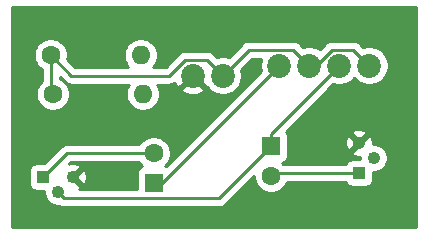
<source format=gbr>
%TF.GenerationSoftware,KiCad,Pcbnew,(5.1.6-0-10_14)*%
%TF.CreationDate,2020-09-04T22:16:53-04:00*%
%TF.ProjectId,bike_ligths,62696b65-5f6c-4696-9774-68732e6b6963,rev?*%
%TF.SameCoordinates,Original*%
%TF.FileFunction,Copper,L1,Top*%
%TF.FilePolarity,Positive*%
%FSLAX46Y46*%
G04 Gerber Fmt 4.6, Leading zero omitted, Abs format (unit mm)*
G04 Created by KiCad (PCBNEW (5.1.6-0-10_14)) date 2020-09-04 22:16:53*
%MOMM*%
%LPD*%
G01*
G04 APERTURE LIST*
%TA.AperFunction,ComponentPad*%
%ADD10O,1.600000X1.600000*%
%TD*%
%TA.AperFunction,ComponentPad*%
%ADD11C,1.600000*%
%TD*%
%TA.AperFunction,ComponentPad*%
%ADD12R,1.600000X1.600000*%
%TD*%
%TA.AperFunction,ComponentPad*%
%ADD13R,1.080000X1.080000*%
%TD*%
%TA.AperFunction,ComponentPad*%
%ADD14C,1.080000*%
%TD*%
%TA.AperFunction,ComponentPad*%
%ADD15C,2.020000*%
%TD*%
%TA.AperFunction,Conductor*%
%ADD16C,0.250000*%
%TD*%
%TA.AperFunction,Conductor*%
%ADD17C,0.254000*%
%TD*%
G04 APERTURE END LIST*
D10*
%TO.P,R3,2*%
%TO.N,Net-(C2-Pad2)*%
X147228560Y-81396840D03*
D11*
%TO.P,R3,1*%
%TO.N,VCC*%
X139608560Y-81396840D03*
%TD*%
%TO.P,C2,2*%
%TO.N,Net-(C2-Pad2)*%
X148325840Y-89717240D03*
D12*
%TO.P,C2,1*%
%TO.N,Net-(C2-Pad1)*%
X148325840Y-92217240D03*
%TD*%
D13*
%TO.P,Q2,1*%
%TO.N,Net-(C1-Pad2)*%
X165719760Y-91384120D03*
D14*
%TO.P,Q2,2*%
%TO.N,Net-(C2-Pad1)*%
X166989760Y-90114120D03*
%TO.P,Q2,3*%
%TO.N,GND*%
X165719760Y-88844120D03*
%TD*%
D13*
%TO.P,Q1,1*%
%TO.N,Net-(C2-Pad2)*%
X138963400Y-91724480D03*
D14*
%TO.P,Q1,2*%
%TO.N,Net-(C1-Pad1)*%
X140233400Y-92994480D03*
%TO.P,Q1,3*%
%TO.N,GND*%
X141503400Y-91724480D03*
%TD*%
D15*
%TO.P,LEDS,4*%
%TO.N,VCC*%
X166583360Y-82290920D03*
%TO.P,LEDS,3*%
%TO.N,Net-(C1-Pad1)*%
X164043360Y-82290920D03*
%TO.P,LEDS,2*%
%TO.N,VCC*%
X161503360Y-82290920D03*
%TO.P,LEDS,1*%
%TO.N,Net-(C2-Pad1)*%
X158963360Y-82290920D03*
%TD*%
%TO.P,J1,2*%
%TO.N,GND*%
X151638000Y-83139280D03*
%TO.P,J1,1*%
%TO.N,VCC*%
X154178000Y-83139280D03*
%TD*%
D11*
%TO.P,C1,2*%
%TO.N,Net-(C1-Pad2)*%
X158252160Y-91633680D03*
D12*
%TO.P,C1,1*%
%TO.N,Net-(C1-Pad1)*%
X158252160Y-89133680D03*
%TD*%
D10*
%TO.P,R2,2*%
%TO.N,Net-(C1-Pad2)*%
X147406360Y-84703920D03*
D11*
%TO.P,R2,1*%
%TO.N,VCC*%
X139786360Y-84703920D03*
%TD*%
D16*
%TO.N,Net-(C1-Pad2)*%
X158501720Y-91384120D02*
X158252160Y-91633680D01*
X165719760Y-91384120D02*
X158501720Y-91384120D01*
%TO.N,Net-(C1-Pad1)*%
X153851361Y-93534479D02*
X158252160Y-89133680D01*
X140773399Y-93534479D02*
X153851361Y-93534479D01*
X140233400Y-92994480D02*
X140773399Y-93534479D01*
X158252160Y-88082120D02*
X164043360Y-82290920D01*
X158252160Y-89133680D02*
X158252160Y-88082120D01*
%TO.N,Net-(C2-Pad2)*%
X148325840Y-89717240D02*
X148325840Y-89712800D01*
X140975080Y-89712800D02*
X138963400Y-91724480D01*
X148325840Y-89712800D02*
X140975080Y-89712800D01*
%TO.N,Net-(C2-Pad1)*%
X149037040Y-92217240D02*
X158963360Y-82290920D01*
X148325840Y-92217240D02*
X149037040Y-92217240D01*
%TO.N,VCC*%
X160168359Y-80955919D02*
X161503360Y-82290920D01*
X156361361Y-80955919D02*
X160168359Y-80955919D01*
X154178000Y-83139280D02*
X156361361Y-80955919D01*
X165248359Y-80955919D02*
X166583360Y-82290920D01*
X163402559Y-80955919D02*
X165248359Y-80955919D01*
X162067558Y-82290920D02*
X163402559Y-80955919D01*
X161503360Y-82290920D02*
X162067558Y-82290920D01*
X149662198Y-83139280D02*
X141351000Y-83139280D01*
X150997199Y-81804279D02*
X149662198Y-83139280D01*
X141351000Y-83139280D02*
X139608560Y-81396840D01*
X152842999Y-81804279D02*
X150997199Y-81804279D01*
X154178000Y-83139280D02*
X152842999Y-81804279D01*
X139608560Y-84526120D02*
X139786360Y-84703920D01*
X139608560Y-81396840D02*
X139608560Y-84526120D01*
%TD*%
D17*
%TO.N,GND*%
G36*
X170561401Y-95956520D02*
G01*
X136316152Y-95956520D01*
X136314936Y-91184480D01*
X137785328Y-91184480D01*
X137785328Y-92264480D01*
X137797588Y-92388962D01*
X137833898Y-92508660D01*
X137892863Y-92618974D01*
X137972215Y-92715665D01*
X138068906Y-92795017D01*
X138179220Y-92853982D01*
X138298918Y-92890292D01*
X138423400Y-92902552D01*
X139058400Y-92902552D01*
X139058400Y-93110207D01*
X139103555Y-93337215D01*
X139192129Y-93551051D01*
X139320718Y-93743499D01*
X139484381Y-93907162D01*
X139676829Y-94035751D01*
X139890665Y-94124325D01*
X140117673Y-94169480D01*
X140349127Y-94169480D01*
X140349160Y-94169473D01*
X140481152Y-94240025D01*
X140624413Y-94283482D01*
X140736066Y-94294479D01*
X140736076Y-94294479D01*
X140773399Y-94298155D01*
X140810722Y-94294479D01*
X153814039Y-94294479D01*
X153851361Y-94298155D01*
X153888683Y-94294479D01*
X153888694Y-94294479D01*
X154000347Y-94283482D01*
X154143608Y-94240025D01*
X154275637Y-94169453D01*
X154391362Y-94074480D01*
X154415165Y-94045476D01*
X156817160Y-91643482D01*
X156817160Y-91775015D01*
X156872307Y-92052254D01*
X156980480Y-92313407D01*
X157137523Y-92548439D01*
X157337401Y-92748317D01*
X157572433Y-92905360D01*
X157833586Y-93013533D01*
X158110825Y-93068680D01*
X158393495Y-93068680D01*
X158670734Y-93013533D01*
X158931887Y-92905360D01*
X159166919Y-92748317D01*
X159366797Y-92548439D01*
X159523840Y-92313407D01*
X159593961Y-92144120D01*
X164582923Y-92144120D01*
X164590258Y-92168300D01*
X164649223Y-92278614D01*
X164728575Y-92375305D01*
X164825266Y-92454657D01*
X164935580Y-92513622D01*
X165055278Y-92549932D01*
X165179760Y-92562192D01*
X166259760Y-92562192D01*
X166384242Y-92549932D01*
X166503940Y-92513622D01*
X166614254Y-92454657D01*
X166710945Y-92375305D01*
X166790297Y-92278614D01*
X166849262Y-92168300D01*
X166885572Y-92048602D01*
X166897832Y-91924120D01*
X166897832Y-91289120D01*
X167105487Y-91289120D01*
X167332495Y-91243965D01*
X167546331Y-91155391D01*
X167738779Y-91026802D01*
X167902442Y-90863139D01*
X168031031Y-90670691D01*
X168119605Y-90456855D01*
X168164760Y-90229847D01*
X168164760Y-89998393D01*
X168119605Y-89771385D01*
X168031031Y-89557549D01*
X167902442Y-89365101D01*
X167738779Y-89201438D01*
X167546331Y-89072849D01*
X167332495Y-88984275D01*
X167105487Y-88939120D01*
X166892458Y-88939120D01*
X166897677Y-88763302D01*
X166859277Y-88535055D01*
X166777085Y-88318685D01*
X166744061Y-88256902D01*
X166526578Y-88216907D01*
X165899365Y-88844120D01*
X165913508Y-88858263D01*
X165733903Y-89037868D01*
X165719760Y-89023725D01*
X165092547Y-89650938D01*
X165132542Y-89868421D01*
X165343657Y-89963300D01*
X165569225Y-90015170D01*
X165800578Y-90022037D01*
X165814760Y-90019651D01*
X165814760Y-90206048D01*
X165179760Y-90206048D01*
X165055278Y-90218308D01*
X164935580Y-90254618D01*
X164825266Y-90313583D01*
X164728575Y-90392935D01*
X164649223Y-90489626D01*
X164590258Y-90599940D01*
X164582923Y-90624120D01*
X159271996Y-90624120D01*
X159200217Y-90552341D01*
X159296340Y-90523182D01*
X159406654Y-90464217D01*
X159503345Y-90384865D01*
X159582697Y-90288174D01*
X159641662Y-90177860D01*
X159677972Y-90058162D01*
X159690232Y-89933680D01*
X159690232Y-88924938D01*
X164541843Y-88924938D01*
X164580243Y-89153185D01*
X164662435Y-89369555D01*
X164695459Y-89431338D01*
X164912942Y-89471333D01*
X165540155Y-88844120D01*
X164912942Y-88216907D01*
X164695459Y-88256902D01*
X164600580Y-88468017D01*
X164548710Y-88693585D01*
X164541843Y-88924938D01*
X159690232Y-88924938D01*
X159690232Y-88333680D01*
X159677972Y-88209198D01*
X159641662Y-88089500D01*
X159613762Y-88037302D01*
X165092547Y-88037302D01*
X165719760Y-88664515D01*
X166346973Y-88037302D01*
X166306978Y-87819819D01*
X166095863Y-87724940D01*
X165870295Y-87673070D01*
X165638942Y-87666203D01*
X165410695Y-87704603D01*
X165194325Y-87786795D01*
X165132542Y-87819819D01*
X165092547Y-88037302D01*
X159613762Y-88037302D01*
X159582697Y-87979186D01*
X159513821Y-87895260D01*
X163544332Y-83864750D01*
X163563531Y-83872703D01*
X163881342Y-83935920D01*
X164205378Y-83935920D01*
X164523189Y-83872703D01*
X164822559Y-83748700D01*
X165091986Y-83568675D01*
X165313360Y-83347301D01*
X165534734Y-83568675D01*
X165804161Y-83748700D01*
X166103531Y-83872703D01*
X166421342Y-83935920D01*
X166745378Y-83935920D01*
X167063189Y-83872703D01*
X167362559Y-83748700D01*
X167631986Y-83568675D01*
X167861115Y-83339546D01*
X168041140Y-83070119D01*
X168165143Y-82770749D01*
X168228360Y-82452938D01*
X168228360Y-82128902D01*
X168165143Y-81811091D01*
X168041140Y-81511721D01*
X167861115Y-81242294D01*
X167631986Y-81013165D01*
X167362559Y-80833140D01*
X167063189Y-80709137D01*
X166745378Y-80645920D01*
X166421342Y-80645920D01*
X166103531Y-80709137D01*
X166084331Y-80717090D01*
X165812163Y-80444922D01*
X165788360Y-80415918D01*
X165672635Y-80320945D01*
X165540606Y-80250373D01*
X165397345Y-80206916D01*
X165285692Y-80195919D01*
X165285681Y-80195919D01*
X165248359Y-80192243D01*
X165211037Y-80195919D01*
X163439892Y-80195919D01*
X163402559Y-80192242D01*
X163365226Y-80195919D01*
X163253573Y-80206916D01*
X163110312Y-80250373D01*
X162978283Y-80320945D01*
X162862558Y-80415918D01*
X162838760Y-80444916D01*
X162383254Y-80900422D01*
X162282559Y-80833140D01*
X161983189Y-80709137D01*
X161665378Y-80645920D01*
X161341342Y-80645920D01*
X161023531Y-80709137D01*
X161004331Y-80717090D01*
X160732163Y-80444922D01*
X160708360Y-80415918D01*
X160592635Y-80320945D01*
X160460606Y-80250373D01*
X160317345Y-80206916D01*
X160205692Y-80195919D01*
X160205681Y-80195919D01*
X160168359Y-80192243D01*
X160131037Y-80195919D01*
X156398686Y-80195919D01*
X156361361Y-80192243D01*
X156324036Y-80195919D01*
X156324028Y-80195919D01*
X156212375Y-80206916D01*
X156069114Y-80250373D01*
X155937085Y-80320945D01*
X155821360Y-80415918D01*
X155797562Y-80444916D01*
X154677029Y-81565450D01*
X154657829Y-81557497D01*
X154340018Y-81494280D01*
X154015982Y-81494280D01*
X153698171Y-81557497D01*
X153678971Y-81565450D01*
X153406803Y-81293282D01*
X153383000Y-81264278D01*
X153267275Y-81169305D01*
X153135246Y-81098733D01*
X152991985Y-81055276D01*
X152880332Y-81044279D01*
X152880321Y-81044279D01*
X152842999Y-81040603D01*
X152805677Y-81044279D01*
X151034532Y-81044279D01*
X150997199Y-81040602D01*
X150959866Y-81044279D01*
X150848213Y-81055276D01*
X150704952Y-81098733D01*
X150572923Y-81169305D01*
X150457198Y-81264278D01*
X150433400Y-81293276D01*
X149347397Y-82379280D01*
X148275516Y-82379280D01*
X148343197Y-82311599D01*
X148500240Y-82076567D01*
X148608413Y-81815414D01*
X148663560Y-81538175D01*
X148663560Y-81255505D01*
X148608413Y-80978266D01*
X148500240Y-80717113D01*
X148343197Y-80482081D01*
X148143319Y-80282203D01*
X147908287Y-80125160D01*
X147647134Y-80016987D01*
X147369895Y-79961840D01*
X147087225Y-79961840D01*
X146809986Y-80016987D01*
X146548833Y-80125160D01*
X146313801Y-80282203D01*
X146113923Y-80482081D01*
X145956880Y-80717113D01*
X145848707Y-80978266D01*
X145793560Y-81255505D01*
X145793560Y-81538175D01*
X145848707Y-81815414D01*
X145956880Y-82076567D01*
X146113923Y-82311599D01*
X146181604Y-82379280D01*
X141665802Y-82379280D01*
X141007248Y-81720726D01*
X141043560Y-81538175D01*
X141043560Y-81255505D01*
X140988413Y-80978266D01*
X140880240Y-80717113D01*
X140723197Y-80482081D01*
X140523319Y-80282203D01*
X140288287Y-80125160D01*
X140027134Y-80016987D01*
X139749895Y-79961840D01*
X139467225Y-79961840D01*
X139189986Y-80016987D01*
X138928833Y-80125160D01*
X138693801Y-80282203D01*
X138493923Y-80482081D01*
X138336880Y-80717113D01*
X138228707Y-80978266D01*
X138173560Y-81255505D01*
X138173560Y-81538175D01*
X138228707Y-81815414D01*
X138336880Y-82076567D01*
X138493923Y-82311599D01*
X138693801Y-82511477D01*
X138848560Y-82614884D01*
X138848561Y-83612323D01*
X138671723Y-83789161D01*
X138514680Y-84024193D01*
X138406507Y-84285346D01*
X138351360Y-84562585D01*
X138351360Y-84845255D01*
X138406507Y-85122494D01*
X138514680Y-85383647D01*
X138671723Y-85618679D01*
X138871601Y-85818557D01*
X139106633Y-85975600D01*
X139367786Y-86083773D01*
X139645025Y-86138920D01*
X139927695Y-86138920D01*
X140204934Y-86083773D01*
X140466087Y-85975600D01*
X140701119Y-85818557D01*
X140900997Y-85618679D01*
X141058040Y-85383647D01*
X141166213Y-85122494D01*
X141221360Y-84845255D01*
X141221360Y-84562585D01*
X141166213Y-84285346D01*
X141058040Y-84024193D01*
X140900997Y-83789161D01*
X140701119Y-83589283D01*
X140466087Y-83432240D01*
X140368560Y-83391843D01*
X140368560Y-83231642D01*
X140787201Y-83650283D01*
X140810999Y-83679281D01*
X140926724Y-83774254D01*
X141058753Y-83844826D01*
X141202014Y-83888283D01*
X141313667Y-83899280D01*
X141313676Y-83899280D01*
X141350999Y-83902956D01*
X141388322Y-83899280D01*
X146218144Y-83899280D01*
X146134680Y-84024193D01*
X146026507Y-84285346D01*
X145971360Y-84562585D01*
X145971360Y-84845255D01*
X146026507Y-85122494D01*
X146134680Y-85383647D01*
X146291723Y-85618679D01*
X146491601Y-85818557D01*
X146726633Y-85975600D01*
X146987786Y-86083773D01*
X147265025Y-86138920D01*
X147547695Y-86138920D01*
X147824934Y-86083773D01*
X148086087Y-85975600D01*
X148321119Y-85818557D01*
X148520997Y-85618679D01*
X148678040Y-85383647D01*
X148786213Y-85122494D01*
X148841360Y-84845255D01*
X148841360Y-84562585D01*
X148786213Y-84285346D01*
X148784755Y-84281825D01*
X150675061Y-84281825D01*
X150772032Y-84547248D01*
X151063353Y-84689136D01*
X151376757Y-84771465D01*
X151700200Y-84791069D01*
X152021253Y-84747196D01*
X152327578Y-84641531D01*
X152503968Y-84547248D01*
X152600939Y-84281825D01*
X151638000Y-83318885D01*
X150675061Y-84281825D01*
X148784755Y-84281825D01*
X148678040Y-84024193D01*
X148594576Y-83899280D01*
X149624876Y-83899280D01*
X149662198Y-83902956D01*
X149699520Y-83899280D01*
X149699531Y-83899280D01*
X149811184Y-83888283D01*
X149954445Y-83844826D01*
X150086474Y-83774254D01*
X150110198Y-83754784D01*
X150135749Y-83828858D01*
X150230032Y-84005248D01*
X150495455Y-84102219D01*
X151458395Y-83139280D01*
X151444252Y-83125138D01*
X151623858Y-82945532D01*
X151638000Y-82959675D01*
X151652143Y-82945533D01*
X151831748Y-83125138D01*
X151817605Y-83139280D01*
X152780545Y-84102219D01*
X152830738Y-84083881D01*
X152900245Y-84187906D01*
X153129374Y-84417035D01*
X153398801Y-84597060D01*
X153698171Y-84721063D01*
X154015982Y-84784280D01*
X154340018Y-84784280D01*
X154657829Y-84721063D01*
X154957199Y-84597060D01*
X155226626Y-84417035D01*
X155455755Y-84187906D01*
X155635780Y-83918479D01*
X155759783Y-83619109D01*
X155823000Y-83301298D01*
X155823000Y-82977262D01*
X155759783Y-82659451D01*
X155751830Y-82640251D01*
X156676163Y-81715919D01*
X157420998Y-81715919D01*
X157381577Y-81811091D01*
X157318360Y-82128902D01*
X157318360Y-82452938D01*
X157381577Y-82770749D01*
X157389530Y-82789948D01*
X149355995Y-90823484D01*
X149273897Y-90798579D01*
X149440477Y-90631999D01*
X149597520Y-90396967D01*
X149705693Y-90135814D01*
X149760840Y-89858575D01*
X149760840Y-89575905D01*
X149705693Y-89298666D01*
X149597520Y-89037513D01*
X149440477Y-88802481D01*
X149240599Y-88602603D01*
X149005567Y-88445560D01*
X148744414Y-88337387D01*
X148467175Y-88282240D01*
X148184505Y-88282240D01*
X147907266Y-88337387D01*
X147646113Y-88445560D01*
X147411081Y-88602603D01*
X147211203Y-88802481D01*
X147110763Y-88952800D01*
X141012402Y-88952800D01*
X140975079Y-88949124D01*
X140937756Y-88952800D01*
X140937747Y-88952800D01*
X140826094Y-88963797D01*
X140682833Y-89007254D01*
X140550803Y-89077826D01*
X140467163Y-89146468D01*
X140435079Y-89172799D01*
X140411281Y-89201797D01*
X139066671Y-90546408D01*
X138423400Y-90546408D01*
X138298918Y-90558668D01*
X138179220Y-90594978D01*
X138068906Y-90653943D01*
X137972215Y-90733295D01*
X137892863Y-90829986D01*
X137833898Y-90940300D01*
X137797588Y-91059998D01*
X137785328Y-91184480D01*
X136314936Y-91184480D01*
X136311408Y-77342600D01*
X170561400Y-77342600D01*
X170561401Y-95956520D01*
G37*
X170561401Y-95956520D02*
X136316152Y-95956520D01*
X136314936Y-91184480D01*
X137785328Y-91184480D01*
X137785328Y-92264480D01*
X137797588Y-92388962D01*
X137833898Y-92508660D01*
X137892863Y-92618974D01*
X137972215Y-92715665D01*
X138068906Y-92795017D01*
X138179220Y-92853982D01*
X138298918Y-92890292D01*
X138423400Y-92902552D01*
X139058400Y-92902552D01*
X139058400Y-93110207D01*
X139103555Y-93337215D01*
X139192129Y-93551051D01*
X139320718Y-93743499D01*
X139484381Y-93907162D01*
X139676829Y-94035751D01*
X139890665Y-94124325D01*
X140117673Y-94169480D01*
X140349127Y-94169480D01*
X140349160Y-94169473D01*
X140481152Y-94240025D01*
X140624413Y-94283482D01*
X140736066Y-94294479D01*
X140736076Y-94294479D01*
X140773399Y-94298155D01*
X140810722Y-94294479D01*
X153814039Y-94294479D01*
X153851361Y-94298155D01*
X153888683Y-94294479D01*
X153888694Y-94294479D01*
X154000347Y-94283482D01*
X154143608Y-94240025D01*
X154275637Y-94169453D01*
X154391362Y-94074480D01*
X154415165Y-94045476D01*
X156817160Y-91643482D01*
X156817160Y-91775015D01*
X156872307Y-92052254D01*
X156980480Y-92313407D01*
X157137523Y-92548439D01*
X157337401Y-92748317D01*
X157572433Y-92905360D01*
X157833586Y-93013533D01*
X158110825Y-93068680D01*
X158393495Y-93068680D01*
X158670734Y-93013533D01*
X158931887Y-92905360D01*
X159166919Y-92748317D01*
X159366797Y-92548439D01*
X159523840Y-92313407D01*
X159593961Y-92144120D01*
X164582923Y-92144120D01*
X164590258Y-92168300D01*
X164649223Y-92278614D01*
X164728575Y-92375305D01*
X164825266Y-92454657D01*
X164935580Y-92513622D01*
X165055278Y-92549932D01*
X165179760Y-92562192D01*
X166259760Y-92562192D01*
X166384242Y-92549932D01*
X166503940Y-92513622D01*
X166614254Y-92454657D01*
X166710945Y-92375305D01*
X166790297Y-92278614D01*
X166849262Y-92168300D01*
X166885572Y-92048602D01*
X166897832Y-91924120D01*
X166897832Y-91289120D01*
X167105487Y-91289120D01*
X167332495Y-91243965D01*
X167546331Y-91155391D01*
X167738779Y-91026802D01*
X167902442Y-90863139D01*
X168031031Y-90670691D01*
X168119605Y-90456855D01*
X168164760Y-90229847D01*
X168164760Y-89998393D01*
X168119605Y-89771385D01*
X168031031Y-89557549D01*
X167902442Y-89365101D01*
X167738779Y-89201438D01*
X167546331Y-89072849D01*
X167332495Y-88984275D01*
X167105487Y-88939120D01*
X166892458Y-88939120D01*
X166897677Y-88763302D01*
X166859277Y-88535055D01*
X166777085Y-88318685D01*
X166744061Y-88256902D01*
X166526578Y-88216907D01*
X165899365Y-88844120D01*
X165913508Y-88858263D01*
X165733903Y-89037868D01*
X165719760Y-89023725D01*
X165092547Y-89650938D01*
X165132542Y-89868421D01*
X165343657Y-89963300D01*
X165569225Y-90015170D01*
X165800578Y-90022037D01*
X165814760Y-90019651D01*
X165814760Y-90206048D01*
X165179760Y-90206048D01*
X165055278Y-90218308D01*
X164935580Y-90254618D01*
X164825266Y-90313583D01*
X164728575Y-90392935D01*
X164649223Y-90489626D01*
X164590258Y-90599940D01*
X164582923Y-90624120D01*
X159271996Y-90624120D01*
X159200217Y-90552341D01*
X159296340Y-90523182D01*
X159406654Y-90464217D01*
X159503345Y-90384865D01*
X159582697Y-90288174D01*
X159641662Y-90177860D01*
X159677972Y-90058162D01*
X159690232Y-89933680D01*
X159690232Y-88924938D01*
X164541843Y-88924938D01*
X164580243Y-89153185D01*
X164662435Y-89369555D01*
X164695459Y-89431338D01*
X164912942Y-89471333D01*
X165540155Y-88844120D01*
X164912942Y-88216907D01*
X164695459Y-88256902D01*
X164600580Y-88468017D01*
X164548710Y-88693585D01*
X164541843Y-88924938D01*
X159690232Y-88924938D01*
X159690232Y-88333680D01*
X159677972Y-88209198D01*
X159641662Y-88089500D01*
X159613762Y-88037302D01*
X165092547Y-88037302D01*
X165719760Y-88664515D01*
X166346973Y-88037302D01*
X166306978Y-87819819D01*
X166095863Y-87724940D01*
X165870295Y-87673070D01*
X165638942Y-87666203D01*
X165410695Y-87704603D01*
X165194325Y-87786795D01*
X165132542Y-87819819D01*
X165092547Y-88037302D01*
X159613762Y-88037302D01*
X159582697Y-87979186D01*
X159513821Y-87895260D01*
X163544332Y-83864750D01*
X163563531Y-83872703D01*
X163881342Y-83935920D01*
X164205378Y-83935920D01*
X164523189Y-83872703D01*
X164822559Y-83748700D01*
X165091986Y-83568675D01*
X165313360Y-83347301D01*
X165534734Y-83568675D01*
X165804161Y-83748700D01*
X166103531Y-83872703D01*
X166421342Y-83935920D01*
X166745378Y-83935920D01*
X167063189Y-83872703D01*
X167362559Y-83748700D01*
X167631986Y-83568675D01*
X167861115Y-83339546D01*
X168041140Y-83070119D01*
X168165143Y-82770749D01*
X168228360Y-82452938D01*
X168228360Y-82128902D01*
X168165143Y-81811091D01*
X168041140Y-81511721D01*
X167861115Y-81242294D01*
X167631986Y-81013165D01*
X167362559Y-80833140D01*
X167063189Y-80709137D01*
X166745378Y-80645920D01*
X166421342Y-80645920D01*
X166103531Y-80709137D01*
X166084331Y-80717090D01*
X165812163Y-80444922D01*
X165788360Y-80415918D01*
X165672635Y-80320945D01*
X165540606Y-80250373D01*
X165397345Y-80206916D01*
X165285692Y-80195919D01*
X165285681Y-80195919D01*
X165248359Y-80192243D01*
X165211037Y-80195919D01*
X163439892Y-80195919D01*
X163402559Y-80192242D01*
X163365226Y-80195919D01*
X163253573Y-80206916D01*
X163110312Y-80250373D01*
X162978283Y-80320945D01*
X162862558Y-80415918D01*
X162838760Y-80444916D01*
X162383254Y-80900422D01*
X162282559Y-80833140D01*
X161983189Y-80709137D01*
X161665378Y-80645920D01*
X161341342Y-80645920D01*
X161023531Y-80709137D01*
X161004331Y-80717090D01*
X160732163Y-80444922D01*
X160708360Y-80415918D01*
X160592635Y-80320945D01*
X160460606Y-80250373D01*
X160317345Y-80206916D01*
X160205692Y-80195919D01*
X160205681Y-80195919D01*
X160168359Y-80192243D01*
X160131037Y-80195919D01*
X156398686Y-80195919D01*
X156361361Y-80192243D01*
X156324036Y-80195919D01*
X156324028Y-80195919D01*
X156212375Y-80206916D01*
X156069114Y-80250373D01*
X155937085Y-80320945D01*
X155821360Y-80415918D01*
X155797562Y-80444916D01*
X154677029Y-81565450D01*
X154657829Y-81557497D01*
X154340018Y-81494280D01*
X154015982Y-81494280D01*
X153698171Y-81557497D01*
X153678971Y-81565450D01*
X153406803Y-81293282D01*
X153383000Y-81264278D01*
X153267275Y-81169305D01*
X153135246Y-81098733D01*
X152991985Y-81055276D01*
X152880332Y-81044279D01*
X152880321Y-81044279D01*
X152842999Y-81040603D01*
X152805677Y-81044279D01*
X151034532Y-81044279D01*
X150997199Y-81040602D01*
X150959866Y-81044279D01*
X150848213Y-81055276D01*
X150704952Y-81098733D01*
X150572923Y-81169305D01*
X150457198Y-81264278D01*
X150433400Y-81293276D01*
X149347397Y-82379280D01*
X148275516Y-82379280D01*
X148343197Y-82311599D01*
X148500240Y-82076567D01*
X148608413Y-81815414D01*
X148663560Y-81538175D01*
X148663560Y-81255505D01*
X148608413Y-80978266D01*
X148500240Y-80717113D01*
X148343197Y-80482081D01*
X148143319Y-80282203D01*
X147908287Y-80125160D01*
X147647134Y-80016987D01*
X147369895Y-79961840D01*
X147087225Y-79961840D01*
X146809986Y-80016987D01*
X146548833Y-80125160D01*
X146313801Y-80282203D01*
X146113923Y-80482081D01*
X145956880Y-80717113D01*
X145848707Y-80978266D01*
X145793560Y-81255505D01*
X145793560Y-81538175D01*
X145848707Y-81815414D01*
X145956880Y-82076567D01*
X146113923Y-82311599D01*
X146181604Y-82379280D01*
X141665802Y-82379280D01*
X141007248Y-81720726D01*
X141043560Y-81538175D01*
X141043560Y-81255505D01*
X140988413Y-80978266D01*
X140880240Y-80717113D01*
X140723197Y-80482081D01*
X140523319Y-80282203D01*
X140288287Y-80125160D01*
X140027134Y-80016987D01*
X139749895Y-79961840D01*
X139467225Y-79961840D01*
X139189986Y-80016987D01*
X138928833Y-80125160D01*
X138693801Y-80282203D01*
X138493923Y-80482081D01*
X138336880Y-80717113D01*
X138228707Y-80978266D01*
X138173560Y-81255505D01*
X138173560Y-81538175D01*
X138228707Y-81815414D01*
X138336880Y-82076567D01*
X138493923Y-82311599D01*
X138693801Y-82511477D01*
X138848560Y-82614884D01*
X138848561Y-83612323D01*
X138671723Y-83789161D01*
X138514680Y-84024193D01*
X138406507Y-84285346D01*
X138351360Y-84562585D01*
X138351360Y-84845255D01*
X138406507Y-85122494D01*
X138514680Y-85383647D01*
X138671723Y-85618679D01*
X138871601Y-85818557D01*
X139106633Y-85975600D01*
X139367786Y-86083773D01*
X139645025Y-86138920D01*
X139927695Y-86138920D01*
X140204934Y-86083773D01*
X140466087Y-85975600D01*
X140701119Y-85818557D01*
X140900997Y-85618679D01*
X141058040Y-85383647D01*
X141166213Y-85122494D01*
X141221360Y-84845255D01*
X141221360Y-84562585D01*
X141166213Y-84285346D01*
X141058040Y-84024193D01*
X140900997Y-83789161D01*
X140701119Y-83589283D01*
X140466087Y-83432240D01*
X140368560Y-83391843D01*
X140368560Y-83231642D01*
X140787201Y-83650283D01*
X140810999Y-83679281D01*
X140926724Y-83774254D01*
X141058753Y-83844826D01*
X141202014Y-83888283D01*
X141313667Y-83899280D01*
X141313676Y-83899280D01*
X141350999Y-83902956D01*
X141388322Y-83899280D01*
X146218144Y-83899280D01*
X146134680Y-84024193D01*
X146026507Y-84285346D01*
X145971360Y-84562585D01*
X145971360Y-84845255D01*
X146026507Y-85122494D01*
X146134680Y-85383647D01*
X146291723Y-85618679D01*
X146491601Y-85818557D01*
X146726633Y-85975600D01*
X146987786Y-86083773D01*
X147265025Y-86138920D01*
X147547695Y-86138920D01*
X147824934Y-86083773D01*
X148086087Y-85975600D01*
X148321119Y-85818557D01*
X148520997Y-85618679D01*
X148678040Y-85383647D01*
X148786213Y-85122494D01*
X148841360Y-84845255D01*
X148841360Y-84562585D01*
X148786213Y-84285346D01*
X148784755Y-84281825D01*
X150675061Y-84281825D01*
X150772032Y-84547248D01*
X151063353Y-84689136D01*
X151376757Y-84771465D01*
X151700200Y-84791069D01*
X152021253Y-84747196D01*
X152327578Y-84641531D01*
X152503968Y-84547248D01*
X152600939Y-84281825D01*
X151638000Y-83318885D01*
X150675061Y-84281825D01*
X148784755Y-84281825D01*
X148678040Y-84024193D01*
X148594576Y-83899280D01*
X149624876Y-83899280D01*
X149662198Y-83902956D01*
X149699520Y-83899280D01*
X149699531Y-83899280D01*
X149811184Y-83888283D01*
X149954445Y-83844826D01*
X150086474Y-83774254D01*
X150110198Y-83754784D01*
X150135749Y-83828858D01*
X150230032Y-84005248D01*
X150495455Y-84102219D01*
X151458395Y-83139280D01*
X151444252Y-83125138D01*
X151623858Y-82945532D01*
X151638000Y-82959675D01*
X151652143Y-82945533D01*
X151831748Y-83125138D01*
X151817605Y-83139280D01*
X152780545Y-84102219D01*
X152830738Y-84083881D01*
X152900245Y-84187906D01*
X153129374Y-84417035D01*
X153398801Y-84597060D01*
X153698171Y-84721063D01*
X154015982Y-84784280D01*
X154340018Y-84784280D01*
X154657829Y-84721063D01*
X154957199Y-84597060D01*
X155226626Y-84417035D01*
X155455755Y-84187906D01*
X155635780Y-83918479D01*
X155759783Y-83619109D01*
X155823000Y-83301298D01*
X155823000Y-82977262D01*
X155759783Y-82659451D01*
X155751830Y-82640251D01*
X156676163Y-81715919D01*
X157420998Y-81715919D01*
X157381577Y-81811091D01*
X157318360Y-82128902D01*
X157318360Y-82452938D01*
X157381577Y-82770749D01*
X157389530Y-82789948D01*
X149355995Y-90823484D01*
X149273897Y-90798579D01*
X149440477Y-90631999D01*
X149597520Y-90396967D01*
X149705693Y-90135814D01*
X149760840Y-89858575D01*
X149760840Y-89575905D01*
X149705693Y-89298666D01*
X149597520Y-89037513D01*
X149440477Y-88802481D01*
X149240599Y-88602603D01*
X149005567Y-88445560D01*
X148744414Y-88337387D01*
X148467175Y-88282240D01*
X148184505Y-88282240D01*
X147907266Y-88337387D01*
X147646113Y-88445560D01*
X147411081Y-88602603D01*
X147211203Y-88802481D01*
X147110763Y-88952800D01*
X141012402Y-88952800D01*
X140975079Y-88949124D01*
X140937756Y-88952800D01*
X140937747Y-88952800D01*
X140826094Y-88963797D01*
X140682833Y-89007254D01*
X140550803Y-89077826D01*
X140467163Y-89146468D01*
X140435079Y-89172799D01*
X140411281Y-89201797D01*
X139066671Y-90546408D01*
X138423400Y-90546408D01*
X138298918Y-90558668D01*
X138179220Y-90594978D01*
X138068906Y-90653943D01*
X137972215Y-90733295D01*
X137892863Y-90829986D01*
X137833898Y-90940300D01*
X137797588Y-91059998D01*
X137785328Y-91184480D01*
X136314936Y-91184480D01*
X136311408Y-77342600D01*
X170561400Y-77342600D01*
X170561401Y-95956520D01*
G36*
X147211203Y-90631999D02*
G01*
X147377783Y-90798579D01*
X147281660Y-90827738D01*
X147171346Y-90886703D01*
X147074655Y-90966055D01*
X146995303Y-91062746D01*
X146936338Y-91173060D01*
X146900028Y-91292758D01*
X146887768Y-91417240D01*
X146887768Y-92774479D01*
X142042541Y-92774479D01*
X142090618Y-92748781D01*
X142130613Y-92531298D01*
X141503400Y-91904085D01*
X141489258Y-91918228D01*
X141309653Y-91738623D01*
X141323795Y-91724480D01*
X141683005Y-91724480D01*
X142310218Y-92351693D01*
X142527701Y-92311698D01*
X142622580Y-92100583D01*
X142674450Y-91875015D01*
X142681317Y-91643662D01*
X142642917Y-91415415D01*
X142560725Y-91199045D01*
X142527701Y-91137262D01*
X142310218Y-91097267D01*
X141683005Y-91724480D01*
X141323795Y-91724480D01*
X141309653Y-91710338D01*
X141489258Y-91530733D01*
X141503400Y-91544875D01*
X142130613Y-90917662D01*
X142090618Y-90700179D01*
X141879503Y-90605300D01*
X141653935Y-90553430D01*
X141422582Y-90546563D01*
X141194335Y-90584963D01*
X141167540Y-90595141D01*
X141289882Y-90472800D01*
X147104830Y-90472800D01*
X147211203Y-90631999D01*
G37*
X147211203Y-90631999D02*
X147377783Y-90798579D01*
X147281660Y-90827738D01*
X147171346Y-90886703D01*
X147074655Y-90966055D01*
X146995303Y-91062746D01*
X146936338Y-91173060D01*
X146900028Y-91292758D01*
X146887768Y-91417240D01*
X146887768Y-92774479D01*
X142042541Y-92774479D01*
X142090618Y-92748781D01*
X142130613Y-92531298D01*
X141503400Y-91904085D01*
X141489258Y-91918228D01*
X141309653Y-91738623D01*
X141323795Y-91724480D01*
X141683005Y-91724480D01*
X142310218Y-92351693D01*
X142527701Y-92311698D01*
X142622580Y-92100583D01*
X142674450Y-91875015D01*
X142681317Y-91643662D01*
X142642917Y-91415415D01*
X142560725Y-91199045D01*
X142527701Y-91137262D01*
X142310218Y-91097267D01*
X141683005Y-91724480D01*
X141323795Y-91724480D01*
X141309653Y-91710338D01*
X141489258Y-91530733D01*
X141503400Y-91544875D01*
X142130613Y-90917662D01*
X142090618Y-90700179D01*
X141879503Y-90605300D01*
X141653935Y-90553430D01*
X141422582Y-90546563D01*
X141194335Y-90584963D01*
X141167540Y-90595141D01*
X141289882Y-90472800D01*
X147104830Y-90472800D01*
X147211203Y-90631999D01*
%TD*%
M02*

</source>
